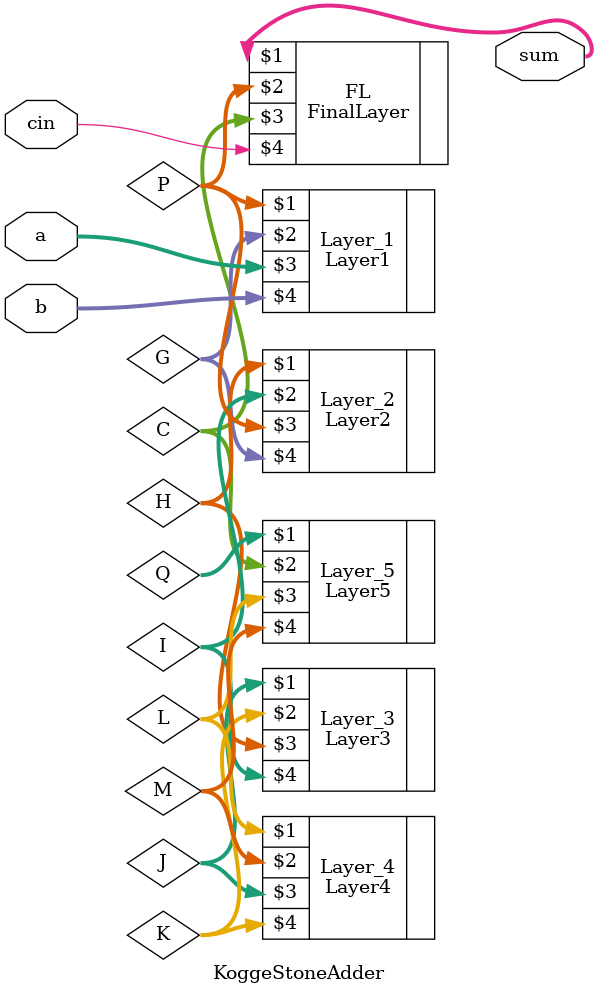
<source format=v>
`include"Layer1.v"
`include"Layer2.v"
`include"Layer3.v"
`include"Layer4.v"
`include"Layer5.v"
`include"FinalLayer.v"

module KoggeStoneAdder(sum, a, b, cin);

input [15:0] a, b;
input cin;
output [16:0] sum;

wire [15:0] P, G; //layer1
wire [15:0] H, I; //layer2
wire [15:0] J, K; //layer3
wire [15:0] L, M; //layer4
wire [15:0] Q, C; //layer5

Layer1 Layer_1(P, G, a, b);
Layer2 Layer_2(H, I, P, G);
Layer3 Layer_3(J, K, H, I);
Layer4 Layer_4(L, M, J, K);
Layer5 Layer_5(Q, C, L, M);

FinalLayer FL(sum, P, C, cin);

endmodule

</source>
